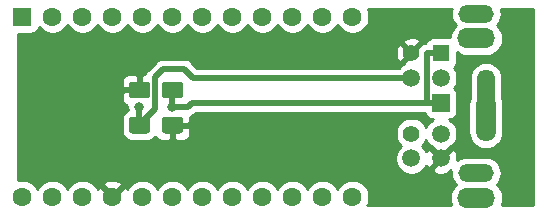
<source format=gbr>
G04 #@! TF.GenerationSoftware,KiCad,Pcbnew,(5.1.0-0)*
G04 #@! TF.CreationDate,2019-03-25T02:14:44+01:00*
G04 #@! TF.ProjectId,adapter,61646170-7465-4722-9e6b-696361645f70,rev?*
G04 #@! TF.SameCoordinates,Original*
G04 #@! TF.FileFunction,Copper,L1,Top*
G04 #@! TF.FilePolarity,Positive*
%FSLAX46Y46*%
G04 Gerber Fmt 4.6, Leading zero omitted, Abs format (unit mm)*
G04 Created by KiCad (PCBNEW (5.1.0-0)) date 2019-03-25 02:14:44*
%MOMM*%
%LPD*%
G04 APERTURE LIST*
%ADD10C,1.508000*%
%ADD11R,1.508000X1.508000*%
%ADD12O,3.200000X1.700000*%
%ADD13O,1.700000X4.000000*%
%ADD14C,1.408000*%
%ADD15O,1.500000X4.000000*%
%ADD16R,1.408000X1.408000*%
%ADD17O,3.000000X1.500000*%
%ADD18C,1.600000*%
%ADD19R,1.600000X1.600000*%
%ADD20C,0.100000*%
%ADD21C,1.425000*%
%ADD22C,0.800000*%
%ADD23C,0.500000*%
%ADD24C,0.254000*%
G04 APERTURE END LIST*
D10*
X81030000Y-49700000D03*
X78530000Y-51800000D03*
X81030000Y-51800000D03*
X81030000Y-45000000D03*
X78530000Y-45000000D03*
D11*
X81030000Y-47100000D03*
D12*
X84030000Y-55150000D03*
D13*
X84830000Y-48400000D03*
D12*
X84030000Y-41650000D03*
D14*
X78530000Y-49700000D03*
D15*
X84830000Y-46300000D03*
D14*
X78530000Y-42900000D03*
X81030000Y-49700000D03*
D16*
X81030000Y-42900000D03*
D17*
X84030000Y-53050000D03*
X84030000Y-39550000D03*
D18*
X45596000Y-55042000D03*
X48136000Y-55042000D03*
X50676000Y-55042000D03*
X53216000Y-55042000D03*
X55756000Y-55042000D03*
X58296000Y-55042000D03*
X60836000Y-55042000D03*
X63376000Y-55042000D03*
X65916000Y-55042000D03*
X68456000Y-55042000D03*
X70996000Y-55042000D03*
X73536000Y-55042000D03*
X73536000Y-39802000D03*
X70996000Y-39802000D03*
X68456000Y-39802000D03*
X65916000Y-39802000D03*
X63376000Y-39802000D03*
X60836000Y-39802000D03*
X58296000Y-39802000D03*
X55756000Y-39802000D03*
X53216000Y-39802000D03*
X50676000Y-39802000D03*
X48136000Y-39802000D03*
D19*
X45596000Y-39802000D03*
D20*
G36*
X56149504Y-48276204D02*
G01*
X56173773Y-48279804D01*
X56197571Y-48285765D01*
X56220671Y-48294030D01*
X56242849Y-48304520D01*
X56263893Y-48317133D01*
X56283598Y-48331747D01*
X56301777Y-48348223D01*
X56318253Y-48366402D01*
X56332867Y-48386107D01*
X56345480Y-48407151D01*
X56355970Y-48429329D01*
X56364235Y-48452429D01*
X56370196Y-48476227D01*
X56373796Y-48500496D01*
X56375000Y-48525000D01*
X56375000Y-49450000D01*
X56373796Y-49474504D01*
X56370196Y-49498773D01*
X56364235Y-49522571D01*
X56355970Y-49545671D01*
X56345480Y-49567849D01*
X56332867Y-49588893D01*
X56318253Y-49608598D01*
X56301777Y-49626777D01*
X56283598Y-49643253D01*
X56263893Y-49657867D01*
X56242849Y-49670480D01*
X56220671Y-49680970D01*
X56197571Y-49689235D01*
X56173773Y-49695196D01*
X56149504Y-49698796D01*
X56125000Y-49700000D01*
X54875000Y-49700000D01*
X54850496Y-49698796D01*
X54826227Y-49695196D01*
X54802429Y-49689235D01*
X54779329Y-49680970D01*
X54757151Y-49670480D01*
X54736107Y-49657867D01*
X54716402Y-49643253D01*
X54698223Y-49626777D01*
X54681747Y-49608598D01*
X54667133Y-49588893D01*
X54654520Y-49567849D01*
X54644030Y-49545671D01*
X54635765Y-49522571D01*
X54629804Y-49498773D01*
X54626204Y-49474504D01*
X54625000Y-49450000D01*
X54625000Y-48525000D01*
X54626204Y-48500496D01*
X54629804Y-48476227D01*
X54635765Y-48452429D01*
X54644030Y-48429329D01*
X54654520Y-48407151D01*
X54667133Y-48386107D01*
X54681747Y-48366402D01*
X54698223Y-48348223D01*
X54716402Y-48331747D01*
X54736107Y-48317133D01*
X54757151Y-48304520D01*
X54779329Y-48294030D01*
X54802429Y-48285765D01*
X54826227Y-48279804D01*
X54850496Y-48276204D01*
X54875000Y-48275000D01*
X56125000Y-48275000D01*
X56149504Y-48276204D01*
X56149504Y-48276204D01*
G37*
D21*
X55500000Y-48987500D03*
D20*
G36*
X56149504Y-45301204D02*
G01*
X56173773Y-45304804D01*
X56197571Y-45310765D01*
X56220671Y-45319030D01*
X56242849Y-45329520D01*
X56263893Y-45342133D01*
X56283598Y-45356747D01*
X56301777Y-45373223D01*
X56318253Y-45391402D01*
X56332867Y-45411107D01*
X56345480Y-45432151D01*
X56355970Y-45454329D01*
X56364235Y-45477429D01*
X56370196Y-45501227D01*
X56373796Y-45525496D01*
X56375000Y-45550000D01*
X56375000Y-46475000D01*
X56373796Y-46499504D01*
X56370196Y-46523773D01*
X56364235Y-46547571D01*
X56355970Y-46570671D01*
X56345480Y-46592849D01*
X56332867Y-46613893D01*
X56318253Y-46633598D01*
X56301777Y-46651777D01*
X56283598Y-46668253D01*
X56263893Y-46682867D01*
X56242849Y-46695480D01*
X56220671Y-46705970D01*
X56197571Y-46714235D01*
X56173773Y-46720196D01*
X56149504Y-46723796D01*
X56125000Y-46725000D01*
X54875000Y-46725000D01*
X54850496Y-46723796D01*
X54826227Y-46720196D01*
X54802429Y-46714235D01*
X54779329Y-46705970D01*
X54757151Y-46695480D01*
X54736107Y-46682867D01*
X54716402Y-46668253D01*
X54698223Y-46651777D01*
X54681747Y-46633598D01*
X54667133Y-46613893D01*
X54654520Y-46592849D01*
X54644030Y-46570671D01*
X54635765Y-46547571D01*
X54629804Y-46523773D01*
X54626204Y-46499504D01*
X54625000Y-46475000D01*
X54625000Y-45550000D01*
X54626204Y-45525496D01*
X54629804Y-45501227D01*
X54635765Y-45477429D01*
X54644030Y-45454329D01*
X54654520Y-45432151D01*
X54667133Y-45411107D01*
X54681747Y-45391402D01*
X54698223Y-45373223D01*
X54716402Y-45356747D01*
X54736107Y-45342133D01*
X54757151Y-45329520D01*
X54779329Y-45319030D01*
X54802429Y-45310765D01*
X54826227Y-45304804D01*
X54850496Y-45301204D01*
X54875000Y-45300000D01*
X56125000Y-45300000D01*
X56149504Y-45301204D01*
X56149504Y-45301204D01*
G37*
D21*
X55500000Y-46012500D03*
D20*
G36*
X58945504Y-45301204D02*
G01*
X58969773Y-45304804D01*
X58993571Y-45310765D01*
X59016671Y-45319030D01*
X59038849Y-45329520D01*
X59059893Y-45342133D01*
X59079598Y-45356747D01*
X59097777Y-45373223D01*
X59114253Y-45391402D01*
X59128867Y-45411107D01*
X59141480Y-45432151D01*
X59151970Y-45454329D01*
X59160235Y-45477429D01*
X59166196Y-45501227D01*
X59169796Y-45525496D01*
X59171000Y-45550000D01*
X59171000Y-46475000D01*
X59169796Y-46499504D01*
X59166196Y-46523773D01*
X59160235Y-46547571D01*
X59151970Y-46570671D01*
X59141480Y-46592849D01*
X59128867Y-46613893D01*
X59114253Y-46633598D01*
X59097777Y-46651777D01*
X59079598Y-46668253D01*
X59059893Y-46682867D01*
X59038849Y-46695480D01*
X59016671Y-46705970D01*
X58993571Y-46714235D01*
X58969773Y-46720196D01*
X58945504Y-46723796D01*
X58921000Y-46725000D01*
X57671000Y-46725000D01*
X57646496Y-46723796D01*
X57622227Y-46720196D01*
X57598429Y-46714235D01*
X57575329Y-46705970D01*
X57553151Y-46695480D01*
X57532107Y-46682867D01*
X57512402Y-46668253D01*
X57494223Y-46651777D01*
X57477747Y-46633598D01*
X57463133Y-46613893D01*
X57450520Y-46592849D01*
X57440030Y-46570671D01*
X57431765Y-46547571D01*
X57425804Y-46523773D01*
X57422204Y-46499504D01*
X57421000Y-46475000D01*
X57421000Y-45550000D01*
X57422204Y-45525496D01*
X57425804Y-45501227D01*
X57431765Y-45477429D01*
X57440030Y-45454329D01*
X57450520Y-45432151D01*
X57463133Y-45411107D01*
X57477747Y-45391402D01*
X57494223Y-45373223D01*
X57512402Y-45356747D01*
X57532107Y-45342133D01*
X57553151Y-45329520D01*
X57575329Y-45319030D01*
X57598429Y-45310765D01*
X57622227Y-45304804D01*
X57646496Y-45301204D01*
X57671000Y-45300000D01*
X58921000Y-45300000D01*
X58945504Y-45301204D01*
X58945504Y-45301204D01*
G37*
D21*
X58296000Y-46012500D03*
D20*
G36*
X58945504Y-48276204D02*
G01*
X58969773Y-48279804D01*
X58993571Y-48285765D01*
X59016671Y-48294030D01*
X59038849Y-48304520D01*
X59059893Y-48317133D01*
X59079598Y-48331747D01*
X59097777Y-48348223D01*
X59114253Y-48366402D01*
X59128867Y-48386107D01*
X59141480Y-48407151D01*
X59151970Y-48429329D01*
X59160235Y-48452429D01*
X59166196Y-48476227D01*
X59169796Y-48500496D01*
X59171000Y-48525000D01*
X59171000Y-49450000D01*
X59169796Y-49474504D01*
X59166196Y-49498773D01*
X59160235Y-49522571D01*
X59151970Y-49545671D01*
X59141480Y-49567849D01*
X59128867Y-49588893D01*
X59114253Y-49608598D01*
X59097777Y-49626777D01*
X59079598Y-49643253D01*
X59059893Y-49657867D01*
X59038849Y-49670480D01*
X59016671Y-49680970D01*
X58993571Y-49689235D01*
X58969773Y-49695196D01*
X58945504Y-49698796D01*
X58921000Y-49700000D01*
X57671000Y-49700000D01*
X57646496Y-49698796D01*
X57622227Y-49695196D01*
X57598429Y-49689235D01*
X57575329Y-49680970D01*
X57553151Y-49670480D01*
X57532107Y-49657867D01*
X57512402Y-49643253D01*
X57494223Y-49626777D01*
X57477747Y-49608598D01*
X57463133Y-49588893D01*
X57450520Y-49567849D01*
X57440030Y-49545671D01*
X57431765Y-49522571D01*
X57425804Y-49498773D01*
X57422204Y-49474504D01*
X57421000Y-49450000D01*
X57421000Y-48525000D01*
X57422204Y-48500496D01*
X57425804Y-48476227D01*
X57431765Y-48452429D01*
X57440030Y-48429329D01*
X57450520Y-48407151D01*
X57463133Y-48386107D01*
X57477747Y-48366402D01*
X57494223Y-48348223D01*
X57512402Y-48331747D01*
X57532107Y-48317133D01*
X57553151Y-48304520D01*
X57575329Y-48294030D01*
X57598429Y-48285765D01*
X57622227Y-48279804D01*
X57646496Y-48276204D01*
X57671000Y-48275000D01*
X58921000Y-48275000D01*
X58945504Y-48276204D01*
X58945504Y-48276204D01*
G37*
D21*
X58296000Y-48987500D03*
D22*
X58296000Y-47421800D03*
X55500000Y-47450000D03*
D23*
X55700000Y-48759100D02*
X55754600Y-48704500D01*
X58296000Y-47421800D02*
X58296000Y-46012500D01*
X79825999Y-42900001D02*
X79825999Y-47085999D01*
X79840000Y-47100000D02*
X81030000Y-47100000D01*
X79825999Y-47085999D02*
X79840000Y-47100000D01*
X81030000Y-42900000D02*
X79825999Y-42900001D01*
X55750000Y-46016500D02*
X55754000Y-46012500D01*
X59578200Y-47421800D02*
X59920000Y-47080000D01*
X81010000Y-47080000D02*
X81030000Y-47100000D01*
X59920000Y-47080000D02*
X81010000Y-47080000D01*
X58296000Y-47421800D02*
X59578200Y-47421800D01*
X55500000Y-47450000D02*
X55500000Y-48883500D01*
X60000000Y-45000000D02*
X78530000Y-45000000D01*
X59246001Y-44246001D02*
X60000000Y-45000000D01*
X57520499Y-44246001D02*
X59246001Y-44246001D01*
X56825010Y-44941490D02*
X57520499Y-44246001D01*
X56825010Y-47662490D02*
X56825010Y-44941490D01*
X55500000Y-48987500D02*
X56825010Y-47662490D01*
X58296000Y-55042000D02*
X58296000Y-54996000D01*
X58294600Y-55040600D02*
X58296000Y-55042000D01*
D24*
G36*
X81915040Y-39278493D02*
G01*
X81888299Y-39550000D01*
X81915040Y-39821507D01*
X81994236Y-40082581D01*
X82122843Y-40323188D01*
X82295919Y-40534081D01*
X82297426Y-40535318D01*
X82224866Y-40594866D01*
X82039294Y-40820986D01*
X81901401Y-41078966D01*
X81816487Y-41358889D01*
X81796279Y-41564062D01*
X81734000Y-41557928D01*
X80326000Y-41557928D01*
X80201518Y-41570188D01*
X80081820Y-41606498D01*
X79971506Y-41665463D01*
X79874815Y-41744815D01*
X79795463Y-41841506D01*
X79736498Y-41951820D01*
X79715325Y-42021619D01*
X79652509Y-42027806D01*
X79485686Y-42078412D01*
X79331940Y-42160590D01*
X79197182Y-42271184D01*
X79086588Y-42405943D01*
X79004410Y-42559689D01*
X78984595Y-42625010D01*
X78709605Y-42900000D01*
X78723748Y-42914143D01*
X78544143Y-43093748D01*
X78530000Y-43079605D01*
X77785477Y-43824128D01*
X77786091Y-43826528D01*
X77644564Y-43921093D01*
X77451093Y-44114564D01*
X77450802Y-44115000D01*
X60366579Y-44115000D01*
X59902535Y-43650957D01*
X59874818Y-43617184D01*
X59740060Y-43506590D01*
X59586314Y-43424412D01*
X59419491Y-43373806D01*
X59289478Y-43361001D01*
X59289470Y-43361001D01*
X59246001Y-43356720D01*
X59202532Y-43361001D01*
X57563968Y-43361001D01*
X57520499Y-43356720D01*
X57477030Y-43361001D01*
X57477022Y-43361001D01*
X57361805Y-43372349D01*
X57347008Y-43373806D01*
X57296402Y-43389158D01*
X57180186Y-43424412D01*
X57026440Y-43506590D01*
X57026438Y-43506591D01*
X57026439Y-43506591D01*
X56925452Y-43589469D01*
X56925450Y-43589471D01*
X56891682Y-43617184D01*
X56863969Y-43650952D01*
X56229961Y-44284961D01*
X56196194Y-44312673D01*
X56168481Y-44346441D01*
X56168478Y-44346444D01*
X56085600Y-44447431D01*
X56003422Y-44601177D01*
X55984375Y-44663964D01*
X55785750Y-44665000D01*
X55627000Y-44823750D01*
X55627000Y-45885500D01*
X55647000Y-45885500D01*
X55647000Y-46139500D01*
X55627000Y-46139500D01*
X55627000Y-46159500D01*
X55373000Y-46159500D01*
X55373000Y-46139500D01*
X54148750Y-46139500D01*
X53990000Y-46298250D01*
X53986928Y-46725000D01*
X53999188Y-46849482D01*
X54035498Y-46969180D01*
X54094463Y-47079494D01*
X54173815Y-47176185D01*
X54270506Y-47255537D01*
X54380820Y-47314502D01*
X54466505Y-47340494D01*
X54465000Y-47348061D01*
X54465000Y-47551939D01*
X54499176Y-47723756D01*
X54381614Y-47786595D01*
X54247038Y-47897038D01*
X54136595Y-48031614D01*
X54054528Y-48185150D01*
X54003992Y-48351746D01*
X53986928Y-48525000D01*
X53986928Y-49450000D01*
X54003992Y-49623254D01*
X54054528Y-49789850D01*
X54136595Y-49943386D01*
X54247038Y-50077962D01*
X54381614Y-50188405D01*
X54535150Y-50270472D01*
X54701746Y-50321008D01*
X54875000Y-50338072D01*
X56125000Y-50338072D01*
X56298254Y-50321008D01*
X56464850Y-50270472D01*
X56618386Y-50188405D01*
X56752962Y-50077962D01*
X56843826Y-49967243D01*
X56890463Y-50054494D01*
X56969815Y-50151185D01*
X57066506Y-50230537D01*
X57176820Y-50289502D01*
X57296518Y-50325812D01*
X57421000Y-50338072D01*
X58010250Y-50335000D01*
X58169000Y-50176250D01*
X58169000Y-49114500D01*
X58423000Y-49114500D01*
X58423000Y-50176250D01*
X58581750Y-50335000D01*
X59171000Y-50338072D01*
X59295482Y-50325812D01*
X59415180Y-50289502D01*
X59525494Y-50230537D01*
X59622185Y-50151185D01*
X59701537Y-50054494D01*
X59760502Y-49944180D01*
X59796812Y-49824482D01*
X59809072Y-49700000D01*
X59806000Y-49273250D01*
X59647250Y-49114500D01*
X58423000Y-49114500D01*
X58169000Y-49114500D01*
X58149000Y-49114500D01*
X58149000Y-48860500D01*
X58169000Y-48860500D01*
X58169000Y-48840500D01*
X58423000Y-48840500D01*
X58423000Y-48860500D01*
X59647250Y-48860500D01*
X59806000Y-48701750D01*
X59809061Y-48276592D01*
X59918513Y-48243389D01*
X60072259Y-48161211D01*
X60207017Y-48050617D01*
X60234734Y-48016844D01*
X60286578Y-47965000D01*
X79642792Y-47965000D01*
X79649047Y-47966898D01*
X79650188Y-47978482D01*
X79686498Y-48098180D01*
X79745463Y-48208494D01*
X79824815Y-48305185D01*
X79921506Y-48384537D01*
X80031820Y-48443502D01*
X80151518Y-48479812D01*
X80276000Y-48492072D01*
X80337658Y-48492072D01*
X80144564Y-48621093D01*
X79951093Y-48814564D01*
X79799084Y-49042062D01*
X79752940Y-49153463D01*
X79716607Y-49065746D01*
X79570069Y-48846437D01*
X79383563Y-48659931D01*
X79164254Y-48513393D01*
X78920572Y-48412457D01*
X78661880Y-48361000D01*
X78398120Y-48361000D01*
X78139428Y-48412457D01*
X77895746Y-48513393D01*
X77676437Y-48659931D01*
X77489931Y-48846437D01*
X77343393Y-49065746D01*
X77242457Y-49309428D01*
X77191000Y-49568120D01*
X77191000Y-49831880D01*
X77242457Y-50090572D01*
X77343393Y-50334254D01*
X77489931Y-50553563D01*
X77652295Y-50715927D01*
X77644564Y-50721093D01*
X77451093Y-50914564D01*
X77299084Y-51142062D01*
X77194378Y-51394844D01*
X77141000Y-51663195D01*
X77141000Y-51936805D01*
X77194378Y-52205156D01*
X77299084Y-52457938D01*
X77451093Y-52685436D01*
X77644564Y-52878907D01*
X77872062Y-53030916D01*
X78124844Y-53135622D01*
X78393195Y-53189000D01*
X78666805Y-53189000D01*
X78935156Y-53135622D01*
X79187938Y-53030916D01*
X79415436Y-52878907D01*
X79608907Y-52685436D01*
X79760916Y-52457938D01*
X79778322Y-52415916D01*
X79830873Y-52514235D01*
X80070149Y-52580246D01*
X80850395Y-51800000D01*
X80070149Y-51019754D01*
X79830873Y-51085765D01*
X79781313Y-51191304D01*
X79760916Y-51142062D01*
X79608907Y-50914564D01*
X79415436Y-50721093D01*
X79407705Y-50715927D01*
X79570069Y-50553563D01*
X79716607Y-50334254D01*
X79752940Y-50246537D01*
X79799084Y-50357938D01*
X79951093Y-50585436D01*
X80144564Y-50778907D01*
X80277008Y-50867403D01*
X81030000Y-51620395D01*
X81782992Y-50867403D01*
X81915436Y-50778907D01*
X82108907Y-50585436D01*
X82260916Y-50357938D01*
X82365622Y-50105156D01*
X82419000Y-49836805D01*
X82419000Y-49622949D01*
X83345000Y-49622949D01*
X83366487Y-49841110D01*
X83451401Y-50121033D01*
X83589294Y-50379013D01*
X83774866Y-50605134D01*
X84000986Y-50790706D01*
X84258966Y-50928599D01*
X84538889Y-51013513D01*
X84830000Y-51042185D01*
X85121110Y-51013513D01*
X85401033Y-50928599D01*
X85659013Y-50790706D01*
X85885134Y-50605134D01*
X86070706Y-50379014D01*
X86208599Y-50121034D01*
X86293513Y-49841111D01*
X86315000Y-49622950D01*
X86315000Y-47177050D01*
X86293513Y-46958889D01*
X86215000Y-46700067D01*
X86215000Y-44981963D01*
X86194960Y-44778493D01*
X86115764Y-44517419D01*
X85987157Y-44276812D01*
X85814081Y-44065919D01*
X85603188Y-43892843D01*
X85362581Y-43764236D01*
X85101507Y-43685040D01*
X84830000Y-43658299D01*
X84558494Y-43685040D01*
X84297420Y-43764236D01*
X84056813Y-43892843D01*
X83845920Y-44065919D01*
X83672844Y-44276812D01*
X83544237Y-44517419D01*
X83465041Y-44778493D01*
X83445001Y-44981963D01*
X83445000Y-46700069D01*
X83366488Y-46958889D01*
X83345001Y-47177050D01*
X83345000Y-49622949D01*
X82419000Y-49622949D01*
X82419000Y-49563195D01*
X82365622Y-49294844D01*
X82260916Y-49042062D01*
X82108907Y-48814564D01*
X81915436Y-48621093D01*
X81722342Y-48492072D01*
X81784000Y-48492072D01*
X81908482Y-48479812D01*
X82028180Y-48443502D01*
X82138494Y-48384537D01*
X82235185Y-48305185D01*
X82314537Y-48208494D01*
X82373502Y-48098180D01*
X82409812Y-47978482D01*
X82422072Y-47854000D01*
X82422072Y-46346000D01*
X82409812Y-46221518D01*
X82373502Y-46101820D01*
X82314537Y-45991506D01*
X82235185Y-45894815D01*
X82149581Y-45824562D01*
X82260916Y-45657938D01*
X82365622Y-45405156D01*
X82419000Y-45136805D01*
X82419000Y-44863195D01*
X82365622Y-44594844D01*
X82260916Y-44342062D01*
X82110297Y-44116644D01*
X82185185Y-44055185D01*
X82264537Y-43958494D01*
X82323502Y-43848180D01*
X82359812Y-43728482D01*
X82372072Y-43604000D01*
X82372072Y-42825943D01*
X82450986Y-42890706D01*
X82708966Y-43028599D01*
X82988889Y-43113513D01*
X83207050Y-43135000D01*
X84852950Y-43135000D01*
X85071111Y-43113513D01*
X85351034Y-43028599D01*
X85609014Y-42890706D01*
X85835134Y-42705134D01*
X86020706Y-42479014D01*
X86158599Y-42221034D01*
X86243513Y-41941111D01*
X86272185Y-41650000D01*
X86243513Y-41358889D01*
X86158599Y-41078966D01*
X86020706Y-40820986D01*
X85835134Y-40594866D01*
X85762574Y-40535318D01*
X85764081Y-40534081D01*
X85937157Y-40323188D01*
X86065764Y-40082581D01*
X86144960Y-39821507D01*
X86171701Y-39550000D01*
X86144960Y-39278493D01*
X86103252Y-39141000D01*
X88840000Y-39141000D01*
X88840001Y-55728000D01*
X86154876Y-55728000D01*
X86158599Y-55721034D01*
X86243513Y-55441111D01*
X86272185Y-55150000D01*
X86243513Y-54858889D01*
X86158599Y-54578966D01*
X86020706Y-54320986D01*
X85835134Y-54094866D01*
X85762574Y-54035318D01*
X85764081Y-54034081D01*
X85937157Y-53823188D01*
X86065764Y-53582581D01*
X86144960Y-53321507D01*
X86171701Y-53050000D01*
X86144960Y-52778493D01*
X86065764Y-52517419D01*
X85937157Y-52276812D01*
X85764081Y-52065919D01*
X85553188Y-51892843D01*
X85312581Y-51764236D01*
X85051507Y-51685040D01*
X84848037Y-51665000D01*
X83211963Y-51665000D01*
X83008493Y-51685040D01*
X82747419Y-51764236D01*
X82506812Y-51892843D01*
X82412603Y-51970159D01*
X82423845Y-51727666D01*
X82382951Y-51457130D01*
X82290063Y-51199771D01*
X82229127Y-51085765D01*
X81989851Y-51019754D01*
X81209605Y-51800000D01*
X81223748Y-51814143D01*
X81044143Y-51993748D01*
X81030000Y-51979605D01*
X80249754Y-52759851D01*
X80315765Y-52999127D01*
X80563426Y-53115426D01*
X80829018Y-53181174D01*
X81102334Y-53193845D01*
X81372870Y-53152951D01*
X81630229Y-53060063D01*
X81744235Y-52999127D01*
X81810245Y-52759853D01*
X81907315Y-52856923D01*
X81888299Y-53050000D01*
X81915040Y-53321507D01*
X81994236Y-53582581D01*
X82122843Y-53823188D01*
X82295919Y-54034081D01*
X82297426Y-54035318D01*
X82224866Y-54094866D01*
X82039294Y-54320986D01*
X81901401Y-54578966D01*
X81816487Y-54858889D01*
X81787815Y-55150000D01*
X81816487Y-55441111D01*
X81901401Y-55721034D01*
X81905124Y-55728000D01*
X74803489Y-55728000D01*
X74807680Y-55721727D01*
X74915853Y-55460574D01*
X74971000Y-55183335D01*
X74971000Y-54900665D01*
X74915853Y-54623426D01*
X74807680Y-54362273D01*
X74650637Y-54127241D01*
X74450759Y-53927363D01*
X74215727Y-53770320D01*
X73954574Y-53662147D01*
X73677335Y-53607000D01*
X73394665Y-53607000D01*
X73117426Y-53662147D01*
X72856273Y-53770320D01*
X72621241Y-53927363D01*
X72421363Y-54127241D01*
X72266000Y-54359759D01*
X72110637Y-54127241D01*
X71910759Y-53927363D01*
X71675727Y-53770320D01*
X71414574Y-53662147D01*
X71137335Y-53607000D01*
X70854665Y-53607000D01*
X70577426Y-53662147D01*
X70316273Y-53770320D01*
X70081241Y-53927363D01*
X69881363Y-54127241D01*
X69726000Y-54359759D01*
X69570637Y-54127241D01*
X69370759Y-53927363D01*
X69135727Y-53770320D01*
X68874574Y-53662147D01*
X68597335Y-53607000D01*
X68314665Y-53607000D01*
X68037426Y-53662147D01*
X67776273Y-53770320D01*
X67541241Y-53927363D01*
X67341363Y-54127241D01*
X67186000Y-54359759D01*
X67030637Y-54127241D01*
X66830759Y-53927363D01*
X66595727Y-53770320D01*
X66334574Y-53662147D01*
X66057335Y-53607000D01*
X65774665Y-53607000D01*
X65497426Y-53662147D01*
X65236273Y-53770320D01*
X65001241Y-53927363D01*
X64801363Y-54127241D01*
X64646000Y-54359759D01*
X64490637Y-54127241D01*
X64290759Y-53927363D01*
X64055727Y-53770320D01*
X63794574Y-53662147D01*
X63517335Y-53607000D01*
X63234665Y-53607000D01*
X62957426Y-53662147D01*
X62696273Y-53770320D01*
X62461241Y-53927363D01*
X62261363Y-54127241D01*
X62106000Y-54359759D01*
X61950637Y-54127241D01*
X61750759Y-53927363D01*
X61515727Y-53770320D01*
X61254574Y-53662147D01*
X60977335Y-53607000D01*
X60694665Y-53607000D01*
X60417426Y-53662147D01*
X60156273Y-53770320D01*
X59921241Y-53927363D01*
X59721363Y-54127241D01*
X59566000Y-54359759D01*
X59410637Y-54127241D01*
X59210759Y-53927363D01*
X58975727Y-53770320D01*
X58714574Y-53662147D01*
X58437335Y-53607000D01*
X58154665Y-53607000D01*
X57877426Y-53662147D01*
X57616273Y-53770320D01*
X57381241Y-53927363D01*
X57181363Y-54127241D01*
X57026000Y-54359759D01*
X56870637Y-54127241D01*
X56670759Y-53927363D01*
X56435727Y-53770320D01*
X56174574Y-53662147D01*
X55897335Y-53607000D01*
X55614665Y-53607000D01*
X55337426Y-53662147D01*
X55076273Y-53770320D01*
X54841241Y-53927363D01*
X54641363Y-54127241D01*
X54485085Y-54361128D01*
X54452671Y-54300486D01*
X54208702Y-54228903D01*
X53395605Y-55042000D01*
X53409748Y-55056143D01*
X53230143Y-55235748D01*
X53216000Y-55221605D01*
X53201858Y-55235748D01*
X53022253Y-55056143D01*
X53036395Y-55042000D01*
X52223298Y-54228903D01*
X51979329Y-54300486D01*
X51948806Y-54364992D01*
X51947680Y-54362273D01*
X51790637Y-54127241D01*
X51712694Y-54049298D01*
X52402903Y-54049298D01*
X53216000Y-54862395D01*
X54029097Y-54049298D01*
X53957514Y-53805329D01*
X53702004Y-53684429D01*
X53427816Y-53615700D01*
X53145488Y-53601783D01*
X52865870Y-53643213D01*
X52599708Y-53738397D01*
X52474486Y-53805329D01*
X52402903Y-54049298D01*
X51712694Y-54049298D01*
X51590759Y-53927363D01*
X51355727Y-53770320D01*
X51094574Y-53662147D01*
X50817335Y-53607000D01*
X50534665Y-53607000D01*
X50257426Y-53662147D01*
X49996273Y-53770320D01*
X49761241Y-53927363D01*
X49561363Y-54127241D01*
X49406000Y-54359759D01*
X49250637Y-54127241D01*
X49050759Y-53927363D01*
X48815727Y-53770320D01*
X48554574Y-53662147D01*
X48277335Y-53607000D01*
X47994665Y-53607000D01*
X47717426Y-53662147D01*
X47456273Y-53770320D01*
X47221241Y-53927363D01*
X47021363Y-54127241D01*
X46866000Y-54359759D01*
X46710637Y-54127241D01*
X46510759Y-53927363D01*
X46275727Y-53770320D01*
X46014574Y-53662147D01*
X45737335Y-53607000D01*
X45454665Y-53607000D01*
X45177426Y-53662147D01*
X45177000Y-53662323D01*
X45177000Y-45300000D01*
X53986928Y-45300000D01*
X53990000Y-45726750D01*
X54148750Y-45885500D01*
X55373000Y-45885500D01*
X55373000Y-44823750D01*
X55214250Y-44665000D01*
X54625000Y-44661928D01*
X54500518Y-44674188D01*
X54380820Y-44710498D01*
X54270506Y-44769463D01*
X54173815Y-44848815D01*
X54094463Y-44945506D01*
X54035498Y-45055820D01*
X53999188Y-45175518D01*
X53986928Y-45300000D01*
X45177000Y-45300000D01*
X45177000Y-42974314D01*
X77186575Y-42974314D01*
X77226886Y-43234976D01*
X77317276Y-43482764D01*
X77371695Y-43584577D01*
X77605872Y-43644523D01*
X78350395Y-42900000D01*
X77605872Y-42155477D01*
X77371695Y-42215423D01*
X77260398Y-42454551D01*
X77197891Y-42710797D01*
X77186575Y-42974314D01*
X45177000Y-42974314D01*
X45177000Y-41975872D01*
X77785477Y-41975872D01*
X78530000Y-42720395D01*
X79274523Y-41975872D01*
X79214577Y-41741695D01*
X78975449Y-41630398D01*
X78719203Y-41567891D01*
X78455686Y-41556575D01*
X78195024Y-41596886D01*
X77947236Y-41687276D01*
X77845423Y-41741695D01*
X77785477Y-41975872D01*
X45177000Y-41975872D01*
X45177000Y-41240072D01*
X46396000Y-41240072D01*
X46520482Y-41227812D01*
X46640180Y-41191502D01*
X46750494Y-41132537D01*
X46847185Y-41053185D01*
X46926537Y-40956494D01*
X46985502Y-40846180D01*
X47021812Y-40726482D01*
X47022643Y-40718039D01*
X47221241Y-40916637D01*
X47456273Y-41073680D01*
X47717426Y-41181853D01*
X47994665Y-41237000D01*
X48277335Y-41237000D01*
X48554574Y-41181853D01*
X48815727Y-41073680D01*
X49050759Y-40916637D01*
X49250637Y-40716759D01*
X49406000Y-40484241D01*
X49561363Y-40716759D01*
X49761241Y-40916637D01*
X49996273Y-41073680D01*
X50257426Y-41181853D01*
X50534665Y-41237000D01*
X50817335Y-41237000D01*
X51094574Y-41181853D01*
X51355727Y-41073680D01*
X51590759Y-40916637D01*
X51790637Y-40716759D01*
X51946000Y-40484241D01*
X52101363Y-40716759D01*
X52301241Y-40916637D01*
X52536273Y-41073680D01*
X52797426Y-41181853D01*
X53074665Y-41237000D01*
X53357335Y-41237000D01*
X53634574Y-41181853D01*
X53895727Y-41073680D01*
X54130759Y-40916637D01*
X54330637Y-40716759D01*
X54486000Y-40484241D01*
X54641363Y-40716759D01*
X54841241Y-40916637D01*
X55076273Y-41073680D01*
X55337426Y-41181853D01*
X55614665Y-41237000D01*
X55897335Y-41237000D01*
X56174574Y-41181853D01*
X56435727Y-41073680D01*
X56670759Y-40916637D01*
X56870637Y-40716759D01*
X57026000Y-40484241D01*
X57181363Y-40716759D01*
X57381241Y-40916637D01*
X57616273Y-41073680D01*
X57877426Y-41181853D01*
X58154665Y-41237000D01*
X58437335Y-41237000D01*
X58714574Y-41181853D01*
X58975727Y-41073680D01*
X59210759Y-40916637D01*
X59410637Y-40716759D01*
X59566000Y-40484241D01*
X59721363Y-40716759D01*
X59921241Y-40916637D01*
X60156273Y-41073680D01*
X60417426Y-41181853D01*
X60694665Y-41237000D01*
X60977335Y-41237000D01*
X61254574Y-41181853D01*
X61515727Y-41073680D01*
X61750759Y-40916637D01*
X61950637Y-40716759D01*
X62106000Y-40484241D01*
X62261363Y-40716759D01*
X62461241Y-40916637D01*
X62696273Y-41073680D01*
X62957426Y-41181853D01*
X63234665Y-41237000D01*
X63517335Y-41237000D01*
X63794574Y-41181853D01*
X64055727Y-41073680D01*
X64290759Y-40916637D01*
X64490637Y-40716759D01*
X64646000Y-40484241D01*
X64801363Y-40716759D01*
X65001241Y-40916637D01*
X65236273Y-41073680D01*
X65497426Y-41181853D01*
X65774665Y-41237000D01*
X66057335Y-41237000D01*
X66334574Y-41181853D01*
X66595727Y-41073680D01*
X66830759Y-40916637D01*
X67030637Y-40716759D01*
X67186000Y-40484241D01*
X67341363Y-40716759D01*
X67541241Y-40916637D01*
X67776273Y-41073680D01*
X68037426Y-41181853D01*
X68314665Y-41237000D01*
X68597335Y-41237000D01*
X68874574Y-41181853D01*
X69135727Y-41073680D01*
X69370759Y-40916637D01*
X69570637Y-40716759D01*
X69726000Y-40484241D01*
X69881363Y-40716759D01*
X70081241Y-40916637D01*
X70316273Y-41073680D01*
X70577426Y-41181853D01*
X70854665Y-41237000D01*
X71137335Y-41237000D01*
X71414574Y-41181853D01*
X71675727Y-41073680D01*
X71910759Y-40916637D01*
X72110637Y-40716759D01*
X72266000Y-40484241D01*
X72421363Y-40716759D01*
X72621241Y-40916637D01*
X72856273Y-41073680D01*
X73117426Y-41181853D01*
X73394665Y-41237000D01*
X73677335Y-41237000D01*
X73954574Y-41181853D01*
X74215727Y-41073680D01*
X74450759Y-40916637D01*
X74650637Y-40716759D01*
X74807680Y-40481727D01*
X74915853Y-40220574D01*
X74971000Y-39943335D01*
X74971000Y-39660665D01*
X74915853Y-39383426D01*
X74815437Y-39141000D01*
X81956748Y-39141000D01*
X81915040Y-39278493D01*
X81915040Y-39278493D01*
G37*
X81915040Y-39278493D02*
X81888299Y-39550000D01*
X81915040Y-39821507D01*
X81994236Y-40082581D01*
X82122843Y-40323188D01*
X82295919Y-40534081D01*
X82297426Y-40535318D01*
X82224866Y-40594866D01*
X82039294Y-40820986D01*
X81901401Y-41078966D01*
X81816487Y-41358889D01*
X81796279Y-41564062D01*
X81734000Y-41557928D01*
X80326000Y-41557928D01*
X80201518Y-41570188D01*
X80081820Y-41606498D01*
X79971506Y-41665463D01*
X79874815Y-41744815D01*
X79795463Y-41841506D01*
X79736498Y-41951820D01*
X79715325Y-42021619D01*
X79652509Y-42027806D01*
X79485686Y-42078412D01*
X79331940Y-42160590D01*
X79197182Y-42271184D01*
X79086588Y-42405943D01*
X79004410Y-42559689D01*
X78984595Y-42625010D01*
X78709605Y-42900000D01*
X78723748Y-42914143D01*
X78544143Y-43093748D01*
X78530000Y-43079605D01*
X77785477Y-43824128D01*
X77786091Y-43826528D01*
X77644564Y-43921093D01*
X77451093Y-44114564D01*
X77450802Y-44115000D01*
X60366579Y-44115000D01*
X59902535Y-43650957D01*
X59874818Y-43617184D01*
X59740060Y-43506590D01*
X59586314Y-43424412D01*
X59419491Y-43373806D01*
X59289478Y-43361001D01*
X59289470Y-43361001D01*
X59246001Y-43356720D01*
X59202532Y-43361001D01*
X57563968Y-43361001D01*
X57520499Y-43356720D01*
X57477030Y-43361001D01*
X57477022Y-43361001D01*
X57361805Y-43372349D01*
X57347008Y-43373806D01*
X57296402Y-43389158D01*
X57180186Y-43424412D01*
X57026440Y-43506590D01*
X57026438Y-43506591D01*
X57026439Y-43506591D01*
X56925452Y-43589469D01*
X56925450Y-43589471D01*
X56891682Y-43617184D01*
X56863969Y-43650952D01*
X56229961Y-44284961D01*
X56196194Y-44312673D01*
X56168481Y-44346441D01*
X56168478Y-44346444D01*
X56085600Y-44447431D01*
X56003422Y-44601177D01*
X55984375Y-44663964D01*
X55785750Y-44665000D01*
X55627000Y-44823750D01*
X55627000Y-45885500D01*
X55647000Y-45885500D01*
X55647000Y-46139500D01*
X55627000Y-46139500D01*
X55627000Y-46159500D01*
X55373000Y-46159500D01*
X55373000Y-46139500D01*
X54148750Y-46139500D01*
X53990000Y-46298250D01*
X53986928Y-46725000D01*
X53999188Y-46849482D01*
X54035498Y-46969180D01*
X54094463Y-47079494D01*
X54173815Y-47176185D01*
X54270506Y-47255537D01*
X54380820Y-47314502D01*
X54466505Y-47340494D01*
X54465000Y-47348061D01*
X54465000Y-47551939D01*
X54499176Y-47723756D01*
X54381614Y-47786595D01*
X54247038Y-47897038D01*
X54136595Y-48031614D01*
X54054528Y-48185150D01*
X54003992Y-48351746D01*
X53986928Y-48525000D01*
X53986928Y-49450000D01*
X54003992Y-49623254D01*
X54054528Y-49789850D01*
X54136595Y-49943386D01*
X54247038Y-50077962D01*
X54381614Y-50188405D01*
X54535150Y-50270472D01*
X54701746Y-50321008D01*
X54875000Y-50338072D01*
X56125000Y-50338072D01*
X56298254Y-50321008D01*
X56464850Y-50270472D01*
X56618386Y-50188405D01*
X56752962Y-50077962D01*
X56843826Y-49967243D01*
X56890463Y-50054494D01*
X56969815Y-50151185D01*
X57066506Y-50230537D01*
X57176820Y-50289502D01*
X57296518Y-50325812D01*
X57421000Y-50338072D01*
X58010250Y-50335000D01*
X58169000Y-50176250D01*
X58169000Y-49114500D01*
X58423000Y-49114500D01*
X58423000Y-50176250D01*
X58581750Y-50335000D01*
X59171000Y-50338072D01*
X59295482Y-50325812D01*
X59415180Y-50289502D01*
X59525494Y-50230537D01*
X59622185Y-50151185D01*
X59701537Y-50054494D01*
X59760502Y-49944180D01*
X59796812Y-49824482D01*
X59809072Y-49700000D01*
X59806000Y-49273250D01*
X59647250Y-49114500D01*
X58423000Y-49114500D01*
X58169000Y-49114500D01*
X58149000Y-49114500D01*
X58149000Y-48860500D01*
X58169000Y-48860500D01*
X58169000Y-48840500D01*
X58423000Y-48840500D01*
X58423000Y-48860500D01*
X59647250Y-48860500D01*
X59806000Y-48701750D01*
X59809061Y-48276592D01*
X59918513Y-48243389D01*
X60072259Y-48161211D01*
X60207017Y-48050617D01*
X60234734Y-48016844D01*
X60286578Y-47965000D01*
X79642792Y-47965000D01*
X79649047Y-47966898D01*
X79650188Y-47978482D01*
X79686498Y-48098180D01*
X79745463Y-48208494D01*
X79824815Y-48305185D01*
X79921506Y-48384537D01*
X80031820Y-48443502D01*
X80151518Y-48479812D01*
X80276000Y-48492072D01*
X80337658Y-48492072D01*
X80144564Y-48621093D01*
X79951093Y-48814564D01*
X79799084Y-49042062D01*
X79752940Y-49153463D01*
X79716607Y-49065746D01*
X79570069Y-48846437D01*
X79383563Y-48659931D01*
X79164254Y-48513393D01*
X78920572Y-48412457D01*
X78661880Y-48361000D01*
X78398120Y-48361000D01*
X78139428Y-48412457D01*
X77895746Y-48513393D01*
X77676437Y-48659931D01*
X77489931Y-48846437D01*
X77343393Y-49065746D01*
X77242457Y-49309428D01*
X77191000Y-49568120D01*
X77191000Y-49831880D01*
X77242457Y-50090572D01*
X77343393Y-50334254D01*
X77489931Y-50553563D01*
X77652295Y-50715927D01*
X77644564Y-50721093D01*
X77451093Y-50914564D01*
X77299084Y-51142062D01*
X77194378Y-51394844D01*
X77141000Y-51663195D01*
X77141000Y-51936805D01*
X77194378Y-52205156D01*
X77299084Y-52457938D01*
X77451093Y-52685436D01*
X77644564Y-52878907D01*
X77872062Y-53030916D01*
X78124844Y-53135622D01*
X78393195Y-53189000D01*
X78666805Y-53189000D01*
X78935156Y-53135622D01*
X79187938Y-53030916D01*
X79415436Y-52878907D01*
X79608907Y-52685436D01*
X79760916Y-52457938D01*
X79778322Y-52415916D01*
X79830873Y-52514235D01*
X80070149Y-52580246D01*
X80850395Y-51800000D01*
X80070149Y-51019754D01*
X79830873Y-51085765D01*
X79781313Y-51191304D01*
X79760916Y-51142062D01*
X79608907Y-50914564D01*
X79415436Y-50721093D01*
X79407705Y-50715927D01*
X79570069Y-50553563D01*
X79716607Y-50334254D01*
X79752940Y-50246537D01*
X79799084Y-50357938D01*
X79951093Y-50585436D01*
X80144564Y-50778907D01*
X80277008Y-50867403D01*
X81030000Y-51620395D01*
X81782992Y-50867403D01*
X81915436Y-50778907D01*
X82108907Y-50585436D01*
X82260916Y-50357938D01*
X82365622Y-50105156D01*
X82419000Y-49836805D01*
X82419000Y-49622949D01*
X83345000Y-49622949D01*
X83366487Y-49841110D01*
X83451401Y-50121033D01*
X83589294Y-50379013D01*
X83774866Y-50605134D01*
X84000986Y-50790706D01*
X84258966Y-50928599D01*
X84538889Y-51013513D01*
X84830000Y-51042185D01*
X85121110Y-51013513D01*
X85401033Y-50928599D01*
X85659013Y-50790706D01*
X85885134Y-50605134D01*
X86070706Y-50379014D01*
X86208599Y-50121034D01*
X86293513Y-49841111D01*
X86315000Y-49622950D01*
X86315000Y-47177050D01*
X86293513Y-46958889D01*
X86215000Y-46700067D01*
X86215000Y-44981963D01*
X86194960Y-44778493D01*
X86115764Y-44517419D01*
X85987157Y-44276812D01*
X85814081Y-44065919D01*
X85603188Y-43892843D01*
X85362581Y-43764236D01*
X85101507Y-43685040D01*
X84830000Y-43658299D01*
X84558494Y-43685040D01*
X84297420Y-43764236D01*
X84056813Y-43892843D01*
X83845920Y-44065919D01*
X83672844Y-44276812D01*
X83544237Y-44517419D01*
X83465041Y-44778493D01*
X83445001Y-44981963D01*
X83445000Y-46700069D01*
X83366488Y-46958889D01*
X83345001Y-47177050D01*
X83345000Y-49622949D01*
X82419000Y-49622949D01*
X82419000Y-49563195D01*
X82365622Y-49294844D01*
X82260916Y-49042062D01*
X82108907Y-48814564D01*
X81915436Y-48621093D01*
X81722342Y-48492072D01*
X81784000Y-48492072D01*
X81908482Y-48479812D01*
X82028180Y-48443502D01*
X82138494Y-48384537D01*
X82235185Y-48305185D01*
X82314537Y-48208494D01*
X82373502Y-48098180D01*
X82409812Y-47978482D01*
X82422072Y-47854000D01*
X82422072Y-46346000D01*
X82409812Y-46221518D01*
X82373502Y-46101820D01*
X82314537Y-45991506D01*
X82235185Y-45894815D01*
X82149581Y-45824562D01*
X82260916Y-45657938D01*
X82365622Y-45405156D01*
X82419000Y-45136805D01*
X82419000Y-44863195D01*
X82365622Y-44594844D01*
X82260916Y-44342062D01*
X82110297Y-44116644D01*
X82185185Y-44055185D01*
X82264537Y-43958494D01*
X82323502Y-43848180D01*
X82359812Y-43728482D01*
X82372072Y-43604000D01*
X82372072Y-42825943D01*
X82450986Y-42890706D01*
X82708966Y-43028599D01*
X82988889Y-43113513D01*
X83207050Y-43135000D01*
X84852950Y-43135000D01*
X85071111Y-43113513D01*
X85351034Y-43028599D01*
X85609014Y-42890706D01*
X85835134Y-42705134D01*
X86020706Y-42479014D01*
X86158599Y-42221034D01*
X86243513Y-41941111D01*
X86272185Y-41650000D01*
X86243513Y-41358889D01*
X86158599Y-41078966D01*
X86020706Y-40820986D01*
X85835134Y-40594866D01*
X85762574Y-40535318D01*
X85764081Y-40534081D01*
X85937157Y-40323188D01*
X86065764Y-40082581D01*
X86144960Y-39821507D01*
X86171701Y-39550000D01*
X86144960Y-39278493D01*
X86103252Y-39141000D01*
X88840000Y-39141000D01*
X88840001Y-55728000D01*
X86154876Y-55728000D01*
X86158599Y-55721034D01*
X86243513Y-55441111D01*
X86272185Y-55150000D01*
X86243513Y-54858889D01*
X86158599Y-54578966D01*
X86020706Y-54320986D01*
X85835134Y-54094866D01*
X85762574Y-54035318D01*
X85764081Y-54034081D01*
X85937157Y-53823188D01*
X86065764Y-53582581D01*
X86144960Y-53321507D01*
X86171701Y-53050000D01*
X86144960Y-52778493D01*
X86065764Y-52517419D01*
X85937157Y-52276812D01*
X85764081Y-52065919D01*
X85553188Y-51892843D01*
X85312581Y-51764236D01*
X85051507Y-51685040D01*
X84848037Y-51665000D01*
X83211963Y-51665000D01*
X83008493Y-51685040D01*
X82747419Y-51764236D01*
X82506812Y-51892843D01*
X82412603Y-51970159D01*
X82423845Y-51727666D01*
X82382951Y-51457130D01*
X82290063Y-51199771D01*
X82229127Y-51085765D01*
X81989851Y-51019754D01*
X81209605Y-51800000D01*
X81223748Y-51814143D01*
X81044143Y-51993748D01*
X81030000Y-51979605D01*
X80249754Y-52759851D01*
X80315765Y-52999127D01*
X80563426Y-53115426D01*
X80829018Y-53181174D01*
X81102334Y-53193845D01*
X81372870Y-53152951D01*
X81630229Y-53060063D01*
X81744235Y-52999127D01*
X81810245Y-52759853D01*
X81907315Y-52856923D01*
X81888299Y-53050000D01*
X81915040Y-53321507D01*
X81994236Y-53582581D01*
X82122843Y-53823188D01*
X82295919Y-54034081D01*
X82297426Y-54035318D01*
X82224866Y-54094866D01*
X82039294Y-54320986D01*
X81901401Y-54578966D01*
X81816487Y-54858889D01*
X81787815Y-55150000D01*
X81816487Y-55441111D01*
X81901401Y-55721034D01*
X81905124Y-55728000D01*
X74803489Y-55728000D01*
X74807680Y-55721727D01*
X74915853Y-55460574D01*
X74971000Y-55183335D01*
X74971000Y-54900665D01*
X74915853Y-54623426D01*
X74807680Y-54362273D01*
X74650637Y-54127241D01*
X74450759Y-53927363D01*
X74215727Y-53770320D01*
X73954574Y-53662147D01*
X73677335Y-53607000D01*
X73394665Y-53607000D01*
X73117426Y-53662147D01*
X72856273Y-53770320D01*
X72621241Y-53927363D01*
X72421363Y-54127241D01*
X72266000Y-54359759D01*
X72110637Y-54127241D01*
X71910759Y-53927363D01*
X71675727Y-53770320D01*
X71414574Y-53662147D01*
X71137335Y-53607000D01*
X70854665Y-53607000D01*
X70577426Y-53662147D01*
X70316273Y-53770320D01*
X70081241Y-53927363D01*
X69881363Y-54127241D01*
X69726000Y-54359759D01*
X69570637Y-54127241D01*
X69370759Y-53927363D01*
X69135727Y-53770320D01*
X68874574Y-53662147D01*
X68597335Y-53607000D01*
X68314665Y-53607000D01*
X68037426Y-53662147D01*
X67776273Y-53770320D01*
X67541241Y-53927363D01*
X67341363Y-54127241D01*
X67186000Y-54359759D01*
X67030637Y-54127241D01*
X66830759Y-53927363D01*
X66595727Y-53770320D01*
X66334574Y-53662147D01*
X66057335Y-53607000D01*
X65774665Y-53607000D01*
X65497426Y-53662147D01*
X65236273Y-53770320D01*
X65001241Y-53927363D01*
X64801363Y-54127241D01*
X64646000Y-54359759D01*
X64490637Y-54127241D01*
X64290759Y-53927363D01*
X64055727Y-53770320D01*
X63794574Y-53662147D01*
X63517335Y-53607000D01*
X63234665Y-53607000D01*
X62957426Y-53662147D01*
X62696273Y-53770320D01*
X62461241Y-53927363D01*
X62261363Y-54127241D01*
X62106000Y-54359759D01*
X61950637Y-54127241D01*
X61750759Y-53927363D01*
X61515727Y-53770320D01*
X61254574Y-53662147D01*
X60977335Y-53607000D01*
X60694665Y-53607000D01*
X60417426Y-53662147D01*
X60156273Y-53770320D01*
X59921241Y-53927363D01*
X59721363Y-54127241D01*
X59566000Y-54359759D01*
X59410637Y-54127241D01*
X59210759Y-53927363D01*
X58975727Y-53770320D01*
X58714574Y-53662147D01*
X58437335Y-53607000D01*
X58154665Y-53607000D01*
X57877426Y-53662147D01*
X57616273Y-53770320D01*
X57381241Y-53927363D01*
X57181363Y-54127241D01*
X57026000Y-54359759D01*
X56870637Y-54127241D01*
X56670759Y-53927363D01*
X56435727Y-53770320D01*
X56174574Y-53662147D01*
X55897335Y-53607000D01*
X55614665Y-53607000D01*
X55337426Y-53662147D01*
X55076273Y-53770320D01*
X54841241Y-53927363D01*
X54641363Y-54127241D01*
X54485085Y-54361128D01*
X54452671Y-54300486D01*
X54208702Y-54228903D01*
X53395605Y-55042000D01*
X53409748Y-55056143D01*
X53230143Y-55235748D01*
X53216000Y-55221605D01*
X53201858Y-55235748D01*
X53022253Y-55056143D01*
X53036395Y-55042000D01*
X52223298Y-54228903D01*
X51979329Y-54300486D01*
X51948806Y-54364992D01*
X51947680Y-54362273D01*
X51790637Y-54127241D01*
X51712694Y-54049298D01*
X52402903Y-54049298D01*
X53216000Y-54862395D01*
X54029097Y-54049298D01*
X53957514Y-53805329D01*
X53702004Y-53684429D01*
X53427816Y-53615700D01*
X53145488Y-53601783D01*
X52865870Y-53643213D01*
X52599708Y-53738397D01*
X52474486Y-53805329D01*
X52402903Y-54049298D01*
X51712694Y-54049298D01*
X51590759Y-53927363D01*
X51355727Y-53770320D01*
X51094574Y-53662147D01*
X50817335Y-53607000D01*
X50534665Y-53607000D01*
X50257426Y-53662147D01*
X49996273Y-53770320D01*
X49761241Y-53927363D01*
X49561363Y-54127241D01*
X49406000Y-54359759D01*
X49250637Y-54127241D01*
X49050759Y-53927363D01*
X48815727Y-53770320D01*
X48554574Y-53662147D01*
X48277335Y-53607000D01*
X47994665Y-53607000D01*
X47717426Y-53662147D01*
X47456273Y-53770320D01*
X47221241Y-53927363D01*
X47021363Y-54127241D01*
X46866000Y-54359759D01*
X46710637Y-54127241D01*
X46510759Y-53927363D01*
X46275727Y-53770320D01*
X46014574Y-53662147D01*
X45737335Y-53607000D01*
X45454665Y-53607000D01*
X45177426Y-53662147D01*
X45177000Y-53662323D01*
X45177000Y-45300000D01*
X53986928Y-45300000D01*
X53990000Y-45726750D01*
X54148750Y-45885500D01*
X55373000Y-45885500D01*
X55373000Y-44823750D01*
X55214250Y-44665000D01*
X54625000Y-44661928D01*
X54500518Y-44674188D01*
X54380820Y-44710498D01*
X54270506Y-44769463D01*
X54173815Y-44848815D01*
X54094463Y-44945506D01*
X54035498Y-45055820D01*
X53999188Y-45175518D01*
X53986928Y-45300000D01*
X45177000Y-45300000D01*
X45177000Y-42974314D01*
X77186575Y-42974314D01*
X77226886Y-43234976D01*
X77317276Y-43482764D01*
X77371695Y-43584577D01*
X77605872Y-43644523D01*
X78350395Y-42900000D01*
X77605872Y-42155477D01*
X77371695Y-42215423D01*
X77260398Y-42454551D01*
X77197891Y-42710797D01*
X77186575Y-42974314D01*
X45177000Y-42974314D01*
X45177000Y-41975872D01*
X77785477Y-41975872D01*
X78530000Y-42720395D01*
X79274523Y-41975872D01*
X79214577Y-41741695D01*
X78975449Y-41630398D01*
X78719203Y-41567891D01*
X78455686Y-41556575D01*
X78195024Y-41596886D01*
X77947236Y-41687276D01*
X77845423Y-41741695D01*
X77785477Y-41975872D01*
X45177000Y-41975872D01*
X45177000Y-41240072D01*
X46396000Y-41240072D01*
X46520482Y-41227812D01*
X46640180Y-41191502D01*
X46750494Y-41132537D01*
X46847185Y-41053185D01*
X46926537Y-40956494D01*
X46985502Y-40846180D01*
X47021812Y-40726482D01*
X47022643Y-40718039D01*
X47221241Y-40916637D01*
X47456273Y-41073680D01*
X47717426Y-41181853D01*
X47994665Y-41237000D01*
X48277335Y-41237000D01*
X48554574Y-41181853D01*
X48815727Y-41073680D01*
X49050759Y-40916637D01*
X49250637Y-40716759D01*
X49406000Y-40484241D01*
X49561363Y-40716759D01*
X49761241Y-40916637D01*
X49996273Y-41073680D01*
X50257426Y-41181853D01*
X50534665Y-41237000D01*
X50817335Y-41237000D01*
X51094574Y-41181853D01*
X51355727Y-41073680D01*
X51590759Y-40916637D01*
X51790637Y-40716759D01*
X51946000Y-40484241D01*
X52101363Y-40716759D01*
X52301241Y-40916637D01*
X52536273Y-41073680D01*
X52797426Y-41181853D01*
X53074665Y-41237000D01*
X53357335Y-41237000D01*
X53634574Y-41181853D01*
X53895727Y-41073680D01*
X54130759Y-40916637D01*
X54330637Y-40716759D01*
X54486000Y-40484241D01*
X54641363Y-40716759D01*
X54841241Y-40916637D01*
X55076273Y-41073680D01*
X55337426Y-41181853D01*
X55614665Y-41237000D01*
X55897335Y-41237000D01*
X56174574Y-41181853D01*
X56435727Y-41073680D01*
X56670759Y-40916637D01*
X56870637Y-40716759D01*
X57026000Y-40484241D01*
X57181363Y-40716759D01*
X57381241Y-40916637D01*
X57616273Y-41073680D01*
X57877426Y-41181853D01*
X58154665Y-41237000D01*
X58437335Y-41237000D01*
X58714574Y-41181853D01*
X58975727Y-41073680D01*
X59210759Y-40916637D01*
X59410637Y-40716759D01*
X59566000Y-40484241D01*
X59721363Y-40716759D01*
X59921241Y-40916637D01*
X60156273Y-41073680D01*
X60417426Y-41181853D01*
X60694665Y-41237000D01*
X60977335Y-41237000D01*
X61254574Y-41181853D01*
X61515727Y-41073680D01*
X61750759Y-40916637D01*
X61950637Y-40716759D01*
X62106000Y-40484241D01*
X62261363Y-40716759D01*
X62461241Y-40916637D01*
X62696273Y-41073680D01*
X62957426Y-41181853D01*
X63234665Y-41237000D01*
X63517335Y-41237000D01*
X63794574Y-41181853D01*
X64055727Y-41073680D01*
X64290759Y-40916637D01*
X64490637Y-40716759D01*
X64646000Y-40484241D01*
X64801363Y-40716759D01*
X65001241Y-40916637D01*
X65236273Y-41073680D01*
X65497426Y-41181853D01*
X65774665Y-41237000D01*
X66057335Y-41237000D01*
X66334574Y-41181853D01*
X66595727Y-41073680D01*
X66830759Y-40916637D01*
X67030637Y-40716759D01*
X67186000Y-40484241D01*
X67341363Y-40716759D01*
X67541241Y-40916637D01*
X67776273Y-41073680D01*
X68037426Y-41181853D01*
X68314665Y-41237000D01*
X68597335Y-41237000D01*
X68874574Y-41181853D01*
X69135727Y-41073680D01*
X69370759Y-40916637D01*
X69570637Y-40716759D01*
X69726000Y-40484241D01*
X69881363Y-40716759D01*
X70081241Y-40916637D01*
X70316273Y-41073680D01*
X70577426Y-41181853D01*
X70854665Y-41237000D01*
X71137335Y-41237000D01*
X71414574Y-41181853D01*
X71675727Y-41073680D01*
X71910759Y-40916637D01*
X72110637Y-40716759D01*
X72266000Y-40484241D01*
X72421363Y-40716759D01*
X72621241Y-40916637D01*
X72856273Y-41073680D01*
X73117426Y-41181853D01*
X73394665Y-41237000D01*
X73677335Y-41237000D01*
X73954574Y-41181853D01*
X74215727Y-41073680D01*
X74450759Y-40916637D01*
X74650637Y-40716759D01*
X74807680Y-40481727D01*
X74915853Y-40220574D01*
X74971000Y-39943335D01*
X74971000Y-39660665D01*
X74915853Y-39383426D01*
X74815437Y-39141000D01*
X81956748Y-39141000D01*
X81915040Y-39278493D01*
M02*

</source>
